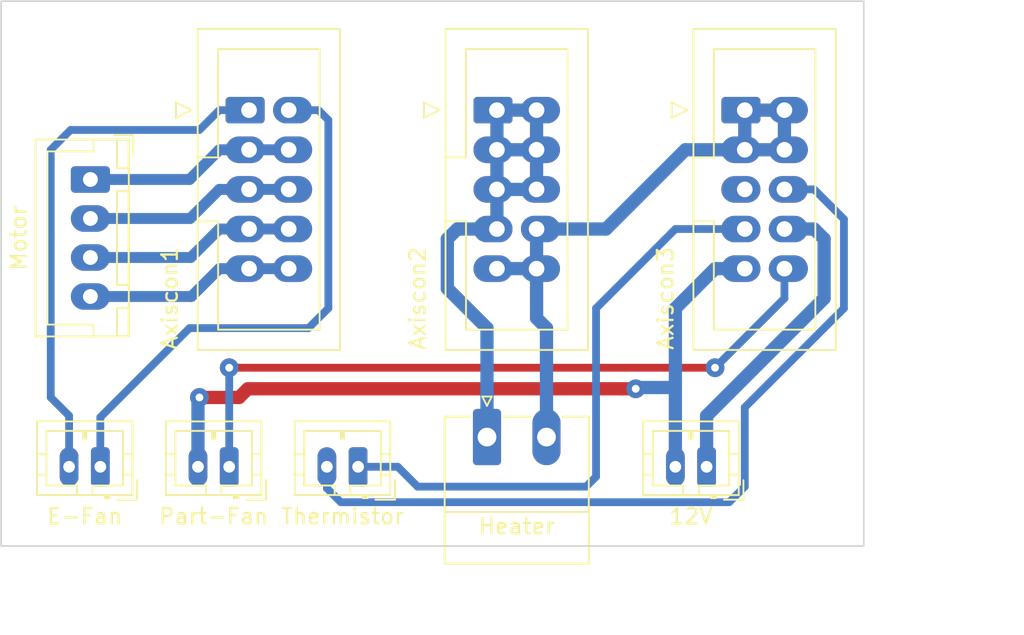
<source format=kicad_pcb>
(kicad_pcb (version 20171130) (host pcbnew "(5.1.7)-1")

  (general
    (thickness 1.6)
    (drawings 6)
    (tracks 98)
    (zones 0)
    (modules 11)
    (nets 15)
  )

  (page A4)
  (layers
    (0 F.Cu signal)
    (31 B.Cu signal)
    (32 B.Adhes user)
    (33 F.Adhes user)
    (34 B.Paste user)
    (35 F.Paste user)
    (36 B.SilkS user)
    (37 F.SilkS user)
    (38 B.Mask user)
    (39 F.Mask user)
    (40 Dwgs.User user)
    (41 Cmts.User user)
    (42 Eco1.User user)
    (43 Eco2.User user)
    (44 Edge.Cuts user)
    (45 Margin user)
    (46 B.CrtYd user)
    (47 F.CrtYd user)
    (48 B.Fab user)
    (49 F.Fab user)
  )

  (setup
    (last_trace_width 0.5)
    (trace_clearance 0.5)
    (zone_clearance 0.508)
    (zone_45_only no)
    (trace_min 0.2)
    (via_size 1.2)
    (via_drill 0.5)
    (via_min_size 0.4)
    (via_min_drill 0.3)
    (uvia_size 0.3)
    (uvia_drill 0.1)
    (uvias_allowed no)
    (uvia_min_size 0.2)
    (uvia_min_drill 0.1)
    (edge_width 0.1)
    (segment_width 0.2)
    (pcb_text_width 0.3)
    (pcb_text_size 1.5 1.5)
    (mod_edge_width 0.15)
    (mod_text_size 1 1)
    (mod_text_width 0.15)
    (pad_size 1.2 2.5)
    (pad_drill 0.75)
    (pad_to_mask_clearance 0)
    (aux_axis_origin 0 0)
    (visible_elements FFFFFF7F)
    (pcbplotparams
      (layerselection 0x010fc_ffffffff)
      (usegerberextensions false)
      (usegerberattributes true)
      (usegerberadvancedattributes true)
      (creategerberjobfile true)
      (excludeedgelayer true)
      (linewidth 0.100000)
      (plotframeref false)
      (viasonmask false)
      (mode 1)
      (useauxorigin false)
      (hpglpennumber 1)
      (hpglpenspeed 20)
      (hpglpendiameter 15.000000)
      (psnegative false)
      (psa4output false)
      (plotreference true)
      (plotvalue true)
      (plotinvisibletext false)
      (padsonsilk false)
      (subtractmaskfromsilk false)
      (outputformat 1)
      (mirror false)
      (drillshape 1)
      (scaleselection 1)
      (outputdirectory ""))
  )

  (net 0 "")
  (net 1 "Net-(J1-Pad2)")
  (net 2 "Net-(J1-Pad1)")
  (net 3 "Net-(J2-Pad10)")
  (net 4 "Net-(J2-Pad7)")
  (net 5 "Net-(J2-Pad5)")
  (net 6 "Net-(J2-Pad3)")
  (net 7 "Net-(J4-Pad10)")
  (net 8 "Net-(J4-Pad1)")
  (net 9 "Net-(J6-Pad10)")
  (net 10 GND)
  (net 11 "Net-(J6-Pad6)")
  (net 12 +12V)
  (net 13 "Net-(J6-Pad7)")
  (net 14 "Net-(J6-Pad5)")

  (net_class Default "This is the default net class."
    (clearance 0.5)
    (trace_width 0.5)
    (via_dia 1.2)
    (via_drill 0.5)
    (uvia_dia 0.3)
    (uvia_drill 0.1)
    (add_net "Net-(J1-Pad1)")
    (add_net "Net-(J1-Pad2)")
    (add_net "Net-(J6-Pad10)")
    (add_net "Net-(J6-Pad5)")
    (add_net "Net-(J6-Pad6)")
    (add_net "Net-(J6-Pad7)")
  )

  (net_class 12V ""
    (clearance 0.5)
    (trace_width 0.85)
    (via_dia 1.2)
    (via_drill 0.5)
    (uvia_dia 0.3)
    (uvia_drill 0.1)
    (add_net +12V)
    (add_net GND)
  )

  (net_class Heater ""
    (clearance 0.5)
    (trace_width 0.85)
    (via_dia 1.2)
    (via_drill 0.5)
    (uvia_dia 0.3)
    (uvia_drill 0.1)
    (add_net "Net-(J4-Pad1)")
    (add_net "Net-(J4-Pad10)")
  )

  (net_class Motor ""
    (clearance 0.5)
    (trace_width 0.7)
    (via_dia 1.2)
    (via_drill 0.5)
    (uvia_dia 0.3)
    (uvia_drill 0.1)
    (add_net "Net-(J2-Pad10)")
    (add_net "Net-(J2-Pad3)")
    (add_net "Net-(J2-Pad5)")
    (add_net "Net-(J2-Pad7)")
  )

  (module MountingHole:MountingHole_3.2mm_M3 (layer F.Cu) (tedit 60171B20) (tstamp 6017D43E)
    (at 197.485 134.62)
    (descr "Mounting Hole 3.2mm, no annular, M3")
    (tags "mounting hole 3.2mm no annular m3")
    (attr virtual)
    (fp_text reference REF** (at 0 -4.2) (layer F.SilkS) hide
      (effects (font (size 1 1) (thickness 0.15)))
    )
    (fp_text value MountingHole_3.2mm_M3 (at 0 4.2) (layer F.Fab) hide
      (effects (font (size 1 1) (thickness 0.15)))
    )
    (fp_circle (center 0 0) (end 3.45 0) (layer F.CrtYd) (width 0.05))
    (fp_circle (center 0 0) (end 3.2 0) (layer Cmts.User) (width 0.15))
    (fp_text user %R (at 0.3 0) (layer F.Fab) hide
      (effects (font (size 1 1) (thickness 0.15)))
    )
    (pad "" np_thru_hole circle (at 0 0) (size 3.2 3.2) (drill 3.2) (layers *.Cu *.Mask))
  )

  (module MountingHole:MountingHole_3.2mm_M3 (layer F.Cu) (tedit 60171B20) (tstamp 6017D0BD)
    (at 149.86 107.315)
    (descr "Mounting Hole 3.2mm, no annular, M3")
    (tags "mounting hole 3.2mm no annular m3")
    (attr virtual)
    (fp_text reference REF** (at 0 -4.2) (layer F.SilkS) hide
      (effects (font (size 1 1) (thickness 0.15)))
    )
    (fp_text value MountingHole_3.2mm_M3 (at 0 4.2) (layer F.Fab) hide
      (effects (font (size 1 1) (thickness 0.15)))
    )
    (fp_text user %R (at 0.3 0) (layer F.Fab) hide
      (effects (font (size 1 1) (thickness 0.15)))
    )
    (fp_circle (center 0 0) (end 3.2 0) (layer Cmts.User) (width 0.15))
    (fp_circle (center 0 0) (end 3.45 0) (layer F.CrtYd) (width 0.05))
    (pad "" np_thru_hole circle (at 0 0) (size 3.2 3.2) (drill 3.2) (layers *.Cu *.Mask))
  )

  (module Connector_JST:JST_PH_B2B-PH-K_1x02_P2.00mm_Vertical (layer F.Cu) (tedit 60171D8A) (tstamp 6017B6F4)
    (at 191.23 133.35 180)
    (descr "JST PH series connector, B2B-PH-K (http://www.jst-mfg.com/product/pdf/eng/ePH.pdf), generated with kicad-footprint-generator")
    (tags "connector JST PH side entry")
    (path /603EBADE)
    (fp_text reference J9 (at 1 -2.9) (layer F.SilkS) hide
      (effects (font (size 1 1) (thickness 0.15)))
    )
    (fp_text value 12V (at 1 -3.175) (layer F.SilkS)
      (effects (font (size 1 1) (thickness 0.15)))
    )
    (fp_text user %R (at 1 1.5) (layer F.Fab)
      (effects (font (size 1 1) (thickness 0.15)))
    )
    (fp_line (start -2.06 -1.81) (end -2.06 2.91) (layer F.SilkS) (width 0.12))
    (fp_line (start -2.06 2.91) (end 4.06 2.91) (layer F.SilkS) (width 0.12))
    (fp_line (start 4.06 2.91) (end 4.06 -1.81) (layer F.SilkS) (width 0.12))
    (fp_line (start 4.06 -1.81) (end -2.06 -1.81) (layer F.SilkS) (width 0.12))
    (fp_line (start -0.3 -1.81) (end -0.3 -2.01) (layer F.SilkS) (width 0.12))
    (fp_line (start -0.3 -2.01) (end -0.6 -2.01) (layer F.SilkS) (width 0.12))
    (fp_line (start -0.6 -2.01) (end -0.6 -1.81) (layer F.SilkS) (width 0.12))
    (fp_line (start -0.3 -1.91) (end -0.6 -1.91) (layer F.SilkS) (width 0.12))
    (fp_line (start 0.5 -1.81) (end 0.5 -1.2) (layer F.SilkS) (width 0.12))
    (fp_line (start 0.5 -1.2) (end -1.45 -1.2) (layer F.SilkS) (width 0.12))
    (fp_line (start -1.45 -1.2) (end -1.45 2.3) (layer F.SilkS) (width 0.12))
    (fp_line (start -1.45 2.3) (end 3.45 2.3) (layer F.SilkS) (width 0.12))
    (fp_line (start 3.45 2.3) (end 3.45 -1.2) (layer F.SilkS) (width 0.12))
    (fp_line (start 3.45 -1.2) (end 1.5 -1.2) (layer F.SilkS) (width 0.12))
    (fp_line (start 1.5 -1.2) (end 1.5 -1.81) (layer F.SilkS) (width 0.12))
    (fp_line (start -2.06 -0.5) (end -1.45 -0.5) (layer F.SilkS) (width 0.12))
    (fp_line (start -2.06 0.8) (end -1.45 0.8) (layer F.SilkS) (width 0.12))
    (fp_line (start 4.06 -0.5) (end 3.45 -0.5) (layer F.SilkS) (width 0.12))
    (fp_line (start 4.06 0.8) (end 3.45 0.8) (layer F.SilkS) (width 0.12))
    (fp_line (start 0.9 2.3) (end 0.9 1.8) (layer F.SilkS) (width 0.12))
    (fp_line (start 0.9 1.8) (end 1.1 1.8) (layer F.SilkS) (width 0.12))
    (fp_line (start 1.1 1.8) (end 1.1 2.3) (layer F.SilkS) (width 0.12))
    (fp_line (start 1 2.3) (end 1 1.8) (layer F.SilkS) (width 0.12))
    (fp_line (start -1.11 -2.11) (end -2.36 -2.11) (layer F.SilkS) (width 0.12))
    (fp_line (start -2.36 -2.11) (end -2.36 -0.86) (layer F.SilkS) (width 0.12))
    (fp_line (start -1.11 -2.11) (end -2.36 -2.11) (layer F.Fab) (width 0.1))
    (fp_line (start -2.36 -2.11) (end -2.36 -0.86) (layer F.Fab) (width 0.1))
    (fp_line (start -1.95 -1.7) (end -1.95 2.8) (layer F.Fab) (width 0.1))
    (fp_line (start -1.95 2.8) (end 3.95 2.8) (layer F.Fab) (width 0.1))
    (fp_line (start 3.95 2.8) (end 3.95 -1.7) (layer F.Fab) (width 0.1))
    (fp_line (start 3.95 -1.7) (end -1.95 -1.7) (layer F.Fab) (width 0.1))
    (fp_line (start -2.45 -2.2) (end -2.45 3.3) (layer F.CrtYd) (width 0.05))
    (fp_line (start -2.45 3.3) (end 4.45 3.3) (layer F.CrtYd) (width 0.05))
    (fp_line (start 4.45 3.3) (end 4.45 -2.2) (layer F.CrtYd) (width 0.05))
    (fp_line (start 4.45 -2.2) (end -2.45 -2.2) (layer F.CrtYd) (width 0.05))
    (pad 2 thru_hole oval (at 2 0 180) (size 1.2 2.5) (drill 0.75) (layers *.Cu *.Mask)
      (net 12 +12V))
    (pad 1 thru_hole roundrect (at 0 0 180) (size 1.2 2.5) (drill 0.75) (layers *.Cu *.Mask) (roundrect_rratio 0.208)
      (net 10 GND))
    (model ${KISYS3DMOD}/Connector_JST.3dshapes/JST_PH_B2B-PH-K_1x02_P2.00mm_Vertical.wrl
      (at (xyz 0 0 0))
      (scale (xyz 1 1 1))
      (rotate (xyz 0 0 0))
    )
  )

  (module Connector_JST:JST_PH_B2B-PH-K_1x02_P2.00mm_Vertical (layer F.Cu) (tedit 60171D7A) (tstamp 6017D7BD)
    (at 168.91 133.35 180)
    (descr "JST PH series connector, B2B-PH-K (http://www.jst-mfg.com/product/pdf/eng/ePH.pdf), generated with kicad-footprint-generator")
    (tags "connector JST PH side entry")
    (path /602F14AE)
    (fp_text reference J8 (at 1 -2.9) (layer F.SilkS) hide
      (effects (font (size 1 1) (thickness 0.15)))
    )
    (fp_text value Thermistor (at 1 -3.175) (layer F.SilkS)
      (effects (font (size 1 1) (thickness 0.15)))
    )
    (fp_text user %R (at 1 1.5) (layer F.Fab)
      (effects (font (size 1 1) (thickness 0.15)))
    )
    (fp_line (start -2.06 -1.81) (end -2.06 2.91) (layer F.SilkS) (width 0.12))
    (fp_line (start -2.06 2.91) (end 4.06 2.91) (layer F.SilkS) (width 0.12))
    (fp_line (start 4.06 2.91) (end 4.06 -1.81) (layer F.SilkS) (width 0.12))
    (fp_line (start 4.06 -1.81) (end -2.06 -1.81) (layer F.SilkS) (width 0.12))
    (fp_line (start -0.3 -1.81) (end -0.3 -2.01) (layer F.SilkS) (width 0.12))
    (fp_line (start -0.3 -2.01) (end -0.6 -2.01) (layer F.SilkS) (width 0.12))
    (fp_line (start -0.6 -2.01) (end -0.6 -1.81) (layer F.SilkS) (width 0.12))
    (fp_line (start -0.3 -1.91) (end -0.6 -1.91) (layer F.SilkS) (width 0.12))
    (fp_line (start 0.5 -1.81) (end 0.5 -1.2) (layer F.SilkS) (width 0.12))
    (fp_line (start 0.5 -1.2) (end -1.45 -1.2) (layer F.SilkS) (width 0.12))
    (fp_line (start -1.45 -1.2) (end -1.45 2.3) (layer F.SilkS) (width 0.12))
    (fp_line (start -1.45 2.3) (end 3.45 2.3) (layer F.SilkS) (width 0.12))
    (fp_line (start 3.45 2.3) (end 3.45 -1.2) (layer F.SilkS) (width 0.12))
    (fp_line (start 3.45 -1.2) (end 1.5 -1.2) (layer F.SilkS) (width 0.12))
    (fp_line (start 1.5 -1.2) (end 1.5 -1.81) (layer F.SilkS) (width 0.12))
    (fp_line (start -2.06 -0.5) (end -1.45 -0.5) (layer F.SilkS) (width 0.12))
    (fp_line (start -2.06 0.8) (end -1.45 0.8) (layer F.SilkS) (width 0.12))
    (fp_line (start 4.06 -0.5) (end 3.45 -0.5) (layer F.SilkS) (width 0.12))
    (fp_line (start 4.06 0.8) (end 3.45 0.8) (layer F.SilkS) (width 0.12))
    (fp_line (start 0.9 2.3) (end 0.9 1.8) (layer F.SilkS) (width 0.12))
    (fp_line (start 0.9 1.8) (end 1.1 1.8) (layer F.SilkS) (width 0.12))
    (fp_line (start 1.1 1.8) (end 1.1 2.3) (layer F.SilkS) (width 0.12))
    (fp_line (start 1 2.3) (end 1 1.8) (layer F.SilkS) (width 0.12))
    (fp_line (start -1.11 -2.11) (end -2.36 -2.11) (layer F.SilkS) (width 0.12))
    (fp_line (start -2.36 -2.11) (end -2.36 -0.86) (layer F.SilkS) (width 0.12))
    (fp_line (start -1.11 -2.11) (end -2.36 -2.11) (layer F.Fab) (width 0.1))
    (fp_line (start -2.36 -2.11) (end -2.36 -0.86) (layer F.Fab) (width 0.1))
    (fp_line (start -1.95 -1.7) (end -1.95 2.8) (layer F.Fab) (width 0.1))
    (fp_line (start -1.95 2.8) (end 3.95 2.8) (layer F.Fab) (width 0.1))
    (fp_line (start 3.95 2.8) (end 3.95 -1.7) (layer F.Fab) (width 0.1))
    (fp_line (start 3.95 -1.7) (end -1.95 -1.7) (layer F.Fab) (width 0.1))
    (fp_line (start -2.45 -2.2) (end -2.45 3.3) (layer F.CrtYd) (width 0.05))
    (fp_line (start -2.45 3.3) (end 4.45 3.3) (layer F.CrtYd) (width 0.05))
    (fp_line (start 4.45 3.3) (end 4.45 -2.2) (layer F.CrtYd) (width 0.05))
    (fp_line (start 4.45 -2.2) (end -2.45 -2.2) (layer F.CrtYd) (width 0.05))
    (pad 2 thru_hole oval (at 2 0 180) (size 1.2 2.5) (drill 0.75) (layers *.Cu *.Mask)
      (net 11 "Net-(J6-Pad6)"))
    (pad 1 thru_hole roundrect (at 0 0 180) (size 1.2 2.5) (drill 0.75) (layers *.Cu *.Mask) (roundrect_rratio 0.208)
      (net 13 "Net-(J6-Pad7)"))
    (model ${KISYS3DMOD}/Connector_JST.3dshapes/JST_PH_B2B-PH-K_1x02_P2.00mm_Vertical.wrl
      (at (xyz 0 0 0))
      (scale (xyz 1 1 1))
      (rotate (xyz 0 0 0))
    )
  )

  (module Connector_JST:JST_PH_B2B-PH-K_1x02_P2.00mm_Vertical (layer F.Cu) (tedit 60171D70) (tstamp 6017B6A0)
    (at 160.655 133.35 180)
    (descr "JST PH series connector, B2B-PH-K (http://www.jst-mfg.com/product/pdf/eng/ePH.pdf), generated with kicad-footprint-generator")
    (tags "connector JST PH side entry")
    (path /602F2361)
    (fp_text reference J7 (at 1 -2.9) (layer F.SilkS) hide
      (effects (font (size 1 1) (thickness 0.15)))
    )
    (fp_text value Part-Fan (at 1 -3.175) (layer F.SilkS)
      (effects (font (size 1 1) (thickness 0.15)))
    )
    (fp_text user %R (at 1 1.5) (layer F.Fab)
      (effects (font (size 1 1) (thickness 0.15)))
    )
    (fp_line (start -2.06 -1.81) (end -2.06 2.91) (layer F.SilkS) (width 0.12))
    (fp_line (start -2.06 2.91) (end 4.06 2.91) (layer F.SilkS) (width 0.12))
    (fp_line (start 4.06 2.91) (end 4.06 -1.81) (layer F.SilkS) (width 0.12))
    (fp_line (start 4.06 -1.81) (end -2.06 -1.81) (layer F.SilkS) (width 0.12))
    (fp_line (start -0.3 -1.81) (end -0.3 -2.01) (layer F.SilkS) (width 0.12))
    (fp_line (start -0.3 -2.01) (end -0.6 -2.01) (layer F.SilkS) (width 0.12))
    (fp_line (start -0.6 -2.01) (end -0.6 -1.81) (layer F.SilkS) (width 0.12))
    (fp_line (start -0.3 -1.91) (end -0.6 -1.91) (layer F.SilkS) (width 0.12))
    (fp_line (start 0.5 -1.81) (end 0.5 -1.2) (layer F.SilkS) (width 0.12))
    (fp_line (start 0.5 -1.2) (end -1.45 -1.2) (layer F.SilkS) (width 0.12))
    (fp_line (start -1.45 -1.2) (end -1.45 2.3) (layer F.SilkS) (width 0.12))
    (fp_line (start -1.45 2.3) (end 3.45 2.3) (layer F.SilkS) (width 0.12))
    (fp_line (start 3.45 2.3) (end 3.45 -1.2) (layer F.SilkS) (width 0.12))
    (fp_line (start 3.45 -1.2) (end 1.5 -1.2) (layer F.SilkS) (width 0.12))
    (fp_line (start 1.5 -1.2) (end 1.5 -1.81) (layer F.SilkS) (width 0.12))
    (fp_line (start -2.06 -0.5) (end -1.45 -0.5) (layer F.SilkS) (width 0.12))
    (fp_line (start -2.06 0.8) (end -1.45 0.8) (layer F.SilkS) (width 0.12))
    (fp_line (start 4.06 -0.5) (end 3.45 -0.5) (layer F.SilkS) (width 0.12))
    (fp_line (start 4.06 0.8) (end 3.45 0.8) (layer F.SilkS) (width 0.12))
    (fp_line (start 0.9 2.3) (end 0.9 1.8) (layer F.SilkS) (width 0.12))
    (fp_line (start 0.9 1.8) (end 1.1 1.8) (layer F.SilkS) (width 0.12))
    (fp_line (start 1.1 1.8) (end 1.1 2.3) (layer F.SilkS) (width 0.12))
    (fp_line (start 1 2.3) (end 1 1.8) (layer F.SilkS) (width 0.12))
    (fp_line (start -1.11 -2.11) (end -2.36 -2.11) (layer F.SilkS) (width 0.12))
    (fp_line (start -2.36 -2.11) (end -2.36 -0.86) (layer F.SilkS) (width 0.12))
    (fp_line (start -1.11 -2.11) (end -2.36 -2.11) (layer F.Fab) (width 0.1))
    (fp_line (start -2.36 -2.11) (end -2.36 -0.86) (layer F.Fab) (width 0.1))
    (fp_line (start -1.95 -1.7) (end -1.95 2.8) (layer F.Fab) (width 0.1))
    (fp_line (start -1.95 2.8) (end 3.95 2.8) (layer F.Fab) (width 0.1))
    (fp_line (start 3.95 2.8) (end 3.95 -1.7) (layer F.Fab) (width 0.1))
    (fp_line (start 3.95 -1.7) (end -1.95 -1.7) (layer F.Fab) (width 0.1))
    (fp_line (start -2.45 -2.2) (end -2.45 3.3) (layer F.CrtYd) (width 0.05))
    (fp_line (start -2.45 3.3) (end 4.45 3.3) (layer F.CrtYd) (width 0.05))
    (fp_line (start 4.45 3.3) (end 4.45 -2.2) (layer F.CrtYd) (width 0.05))
    (fp_line (start 4.45 -2.2) (end -2.45 -2.2) (layer F.CrtYd) (width 0.05))
    (pad 2 thru_hole oval (at 2 0 180) (size 1.2 2.5) (drill 0.75) (layers *.Cu *.Mask)
      (net 12 +12V))
    (pad 1 thru_hole roundrect (at 0 0 180) (size 1.2 2.5) (drill 0.75) (layers *.Cu *.Mask) (roundrect_rratio 0.208)
      (net 9 "Net-(J6-Pad10)"))
    (model ${KISYS3DMOD}/Connector_JST.3dshapes/JST_PH_B2B-PH-K_1x02_P2.00mm_Vertical.wrl
      (at (xyz 0 0 0))
      (scale (xyz 1 1 1))
      (rotate (xyz 0 0 0))
    )
  )

  (module Connector_IDC:IDC-Header_2x05_P2.54mm_Vertical (layer F.Cu) (tedit 5EAC9A07) (tstamp 6017DC1B)
    (at 193.675 110.49)
    (descr "Through hole IDC box header, 2x05, 2.54mm pitch, DIN 41651 / IEC 60603-13, double rows, https://docs.google.com/spreadsheets/d/16SsEcesNF15N3Lb4niX7dcUr-NY5_MFPQhobNuNppn4/edit#gid=0")
    (tags "Through hole vertical IDC box header THT 2x05 2.54mm double row")
    (path /6037A8BF)
    (fp_text reference J6 (at 1.27 -6.1) (layer F.SilkS) hide
      (effects (font (size 1 1) (thickness 0.15)))
    )
    (fp_text value Axiscon3 (at -5.08 12.065 90) (layer F.SilkS)
      (effects (font (size 1 1) (thickness 0.15)))
    )
    (fp_text user %R (at 1.27 5.08 90) (layer F.Fab)
      (effects (font (size 1 1) (thickness 0.15)))
    )
    (fp_line (start -3.18 -4.1) (end -2.18 -5.1) (layer F.Fab) (width 0.1))
    (fp_line (start -2.18 -5.1) (end 5.72 -5.1) (layer F.Fab) (width 0.1))
    (fp_line (start 5.72 -5.1) (end 5.72 15.26) (layer F.Fab) (width 0.1))
    (fp_line (start 5.72 15.26) (end -3.18 15.26) (layer F.Fab) (width 0.1))
    (fp_line (start -3.18 15.26) (end -3.18 -4.1) (layer F.Fab) (width 0.1))
    (fp_line (start -3.18 3.03) (end -1.98 3.03) (layer F.Fab) (width 0.1))
    (fp_line (start -1.98 3.03) (end -1.98 -3.91) (layer F.Fab) (width 0.1))
    (fp_line (start -1.98 -3.91) (end 4.52 -3.91) (layer F.Fab) (width 0.1))
    (fp_line (start 4.52 -3.91) (end 4.52 14.07) (layer F.Fab) (width 0.1))
    (fp_line (start 4.52 14.07) (end -1.98 14.07) (layer F.Fab) (width 0.1))
    (fp_line (start -1.98 14.07) (end -1.98 7.13) (layer F.Fab) (width 0.1))
    (fp_line (start -1.98 7.13) (end -1.98 7.13) (layer F.Fab) (width 0.1))
    (fp_line (start -1.98 7.13) (end -3.18 7.13) (layer F.Fab) (width 0.1))
    (fp_line (start -3.29 -5.21) (end 5.83 -5.21) (layer F.SilkS) (width 0.12))
    (fp_line (start 5.83 -5.21) (end 5.83 15.37) (layer F.SilkS) (width 0.12))
    (fp_line (start 5.83 15.37) (end -3.29 15.37) (layer F.SilkS) (width 0.12))
    (fp_line (start -3.29 15.37) (end -3.29 -5.21) (layer F.SilkS) (width 0.12))
    (fp_line (start -3.29 3.03) (end -1.98 3.03) (layer F.SilkS) (width 0.12))
    (fp_line (start -1.98 3.03) (end -1.98 -3.91) (layer F.SilkS) (width 0.12))
    (fp_line (start -1.98 -3.91) (end 4.52 -3.91) (layer F.SilkS) (width 0.12))
    (fp_line (start 4.52 -3.91) (end 4.52 14.07) (layer F.SilkS) (width 0.12))
    (fp_line (start 4.52 14.07) (end -1.98 14.07) (layer F.SilkS) (width 0.12))
    (fp_line (start -1.98 14.07) (end -1.98 7.13) (layer F.SilkS) (width 0.12))
    (fp_line (start -1.98 7.13) (end -1.98 7.13) (layer F.SilkS) (width 0.12))
    (fp_line (start -1.98 7.13) (end -3.29 7.13) (layer F.SilkS) (width 0.12))
    (fp_line (start -3.68 0) (end -4.68 -0.5) (layer F.SilkS) (width 0.12))
    (fp_line (start -4.68 -0.5) (end -4.68 0.5) (layer F.SilkS) (width 0.12))
    (fp_line (start -4.68 0.5) (end -3.68 0) (layer F.SilkS) (width 0.12))
    (fp_line (start -3.68 -5.6) (end -3.68 15.76) (layer F.CrtYd) (width 0.05))
    (fp_line (start -3.68 15.76) (end 6.22 15.76) (layer F.CrtYd) (width 0.05))
    (fp_line (start 6.22 15.76) (end 6.22 -5.6) (layer F.CrtYd) (width 0.05))
    (fp_line (start 6.22 -5.6) (end -3.68 -5.6) (layer F.CrtYd) (width 0.05))
    (pad 10 thru_hole oval (at 2.54 10.16) (size 2.5 1.7) (drill 1 (offset 0.25 0)) (layers *.Cu *.Mask)
      (net 9 "Net-(J6-Pad10)"))
    (pad 8 thru_hole oval (at 2.54 7.62) (size 2.5 1.7) (drill 1 (offset 0.25 0)) (layers *.Cu *.Mask)
      (net 10 GND))
    (pad 6 thru_hole oval (at 2.54 5.08) (size 2.5 1.7) (drill 1 (offset 0.25 0)) (layers *.Cu *.Mask)
      (net 11 "Net-(J6-Pad6)"))
    (pad 4 thru_hole oval (at 2.54 2.54) (size 2.5 1.7) (drill 1 (offset 0.25 0)) (layers *.Cu *.Mask)
      (net 7 "Net-(J4-Pad10)"))
    (pad 2 thru_hole oval (at 2.54 0) (size 2.5 1.7) (drill 1 (offset 0.25 0)) (layers *.Cu *.Mask)
      (net 7 "Net-(J4-Pad10)"))
    (pad 9 thru_hole oval (at 0 10.16) (size 2.5 1.7) (drill 1 (offset -0.25 0)) (layers *.Cu *.Mask)
      (net 12 +12V))
    (pad 7 thru_hole oval (at 0 7.62) (size 2.5 1.7) (drill 1 (offset -0.25 0)) (layers *.Cu *.Mask)
      (net 13 "Net-(J6-Pad7)"))
    (pad 5 thru_hole oval (at 0 5.08) (size 2.5 1.7) (drill 1 (offset -0.25 0)) (layers *.Cu *.Mask)
      (net 14 "Net-(J6-Pad5)"))
    (pad 3 thru_hole oval (at 0 2.54) (size 2.5 1.7) (drill 1 (offset -0.25 0)) (layers *.Cu *.Mask)
      (net 7 "Net-(J4-Pad10)"))
    (pad 1 thru_hole roundrect (at 0 0) (size 2.5 1.7) (drill 1 (offset -0.25 0)) (layers *.Cu *.Mask) (roundrect_rratio 0.147)
      (net 7 "Net-(J4-Pad10)"))
    (model ${KISYS3DMOD}/Connector_IDC.3dshapes/IDC-Header_2x05_P2.54mm_Vertical.wrl
      (at (xyz 0 0 0))
      (scale (xyz 1 1 1))
      (rotate (xyz 0 0 0))
    )
  )

  (module Connector_Phoenix_MC:PhoenixContact_MC_1,5_2-G-3.81_1x02_P3.81mm_Horizontal (layer F.Cu) (tedit 5B784ED1) (tstamp 6017B647)
    (at 177.165 131.445)
    (descr "Generic Phoenix Contact connector footprint for: MC_1,5/2-G-3.81; number of pins: 02; pin pitch: 3.81mm; Angled || order number: 1803277 8A 160V")
    (tags "phoenix_contact connector MC_01x02_G_3.81mm")
    (path /602EF87B)
    (fp_text reference J5 (at 1.9 -3) (layer F.SilkS) hide
      (effects (font (size 1 1) (thickness 0.15)))
    )
    (fp_text value Heater (at 1.9 5.715) (layer F.SilkS)
      (effects (font (size 1 1) (thickness 0.15)))
    )
    (fp_text user %R (at 1.9 -0.5) (layer F.Fab)
      (effects (font (size 1 1) (thickness 0.15)))
    )
    (fp_line (start -2.71 -1.31) (end -2.71 8.11) (layer F.SilkS) (width 0.12))
    (fp_line (start -2.71 8.11) (end 6.52 8.11) (layer F.SilkS) (width 0.12))
    (fp_line (start 6.52 8.11) (end 6.52 -1.31) (layer F.SilkS) (width 0.12))
    (fp_line (start -2.71 -1.31) (end -1.05 -1.31) (layer F.SilkS) (width 0.12))
    (fp_line (start 6.52 -1.31) (end 4.86 -1.31) (layer F.SilkS) (width 0.12))
    (fp_line (start 1.05 -1.31) (end 2.76 -1.31) (layer F.SilkS) (width 0.12))
    (fp_line (start -2.6 -1.2) (end -2.6 8) (layer F.Fab) (width 0.1))
    (fp_line (start -2.6 8) (end 6.41 8) (layer F.Fab) (width 0.1))
    (fp_line (start 6.41 8) (end 6.41 -1.2) (layer F.Fab) (width 0.1))
    (fp_line (start 6.41 -1.2) (end -2.6 -1.2) (layer F.Fab) (width 0.1))
    (fp_line (start -2.71 4.8) (end 6.52 4.8) (layer F.SilkS) (width 0.12))
    (fp_line (start -3.21 -2.3) (end -3.21 8.5) (layer F.CrtYd) (width 0.05))
    (fp_line (start -3.21 8.5) (end 6.91 8.5) (layer F.CrtYd) (width 0.05))
    (fp_line (start 6.91 8.5) (end 6.91 -2.3) (layer F.CrtYd) (width 0.05))
    (fp_line (start 6.91 -2.3) (end -3.21 -2.3) (layer F.CrtYd) (width 0.05))
    (fp_line (start 0.3 -2.6) (end 0 -2) (layer F.SilkS) (width 0.12))
    (fp_line (start 0 -2) (end -0.3 -2.6) (layer F.SilkS) (width 0.12))
    (fp_line (start -0.3 -2.6) (end 0.3 -2.6) (layer F.SilkS) (width 0.12))
    (fp_line (start 0.8 -1.2) (end 0 0) (layer F.Fab) (width 0.1))
    (fp_line (start 0 0) (end -0.8 -1.2) (layer F.Fab) (width 0.1))
    (pad 2 thru_hole oval (at 3.81 0) (size 1.8 3.6) (drill 1.2) (layers *.Cu *.Mask)
      (net 7 "Net-(J4-Pad10)"))
    (pad 1 thru_hole roundrect (at 0 0) (size 1.8 3.6) (drill 1.2) (layers *.Cu *.Mask) (roundrect_rratio 0.138889)
      (net 8 "Net-(J4-Pad1)"))
    (model ${KISYS3DMOD}/Connector_Phoenix_MC.3dshapes/PhoenixContact_MC_1,5_2-G-3.81_1x02_P3.81mm_Horizontal.wrl
      (at (xyz 0 0 0))
      (scale (xyz 1 1 1))
      (rotate (xyz 0 0 0))
    )
  )

  (module Connector_IDC:IDC-Header_2x05_P2.54mm_Vertical (layer F.Cu) (tedit 5EAC9A07) (tstamp 6017D9DA)
    (at 177.8 110.49)
    (descr "Through hole IDC box header, 2x05, 2.54mm pitch, DIN 41651 / IEC 60603-13, double rows, https://docs.google.com/spreadsheets/d/16SsEcesNF15N3Lb4niX7dcUr-NY5_MFPQhobNuNppn4/edit#gid=0")
    (tags "Through hole vertical IDC box header THT 2x05 2.54mm double row")
    (path /6033B844)
    (fp_text reference J4 (at 1.27 -6.1) (layer F.SilkS) hide
      (effects (font (size 1 1) (thickness 0.15)))
    )
    (fp_text value Axiscon2 (at -5.08 12.065 90) (layer F.SilkS)
      (effects (font (size 1 1) (thickness 0.15)))
    )
    (fp_text user %R (at 1.27 5.08 90) (layer F.Fab)
      (effects (font (size 1 1) (thickness 0.15)))
    )
    (fp_line (start -3.18 -4.1) (end -2.18 -5.1) (layer F.Fab) (width 0.1))
    (fp_line (start -2.18 -5.1) (end 5.72 -5.1) (layer F.Fab) (width 0.1))
    (fp_line (start 5.72 -5.1) (end 5.72 15.26) (layer F.Fab) (width 0.1))
    (fp_line (start 5.72 15.26) (end -3.18 15.26) (layer F.Fab) (width 0.1))
    (fp_line (start -3.18 15.26) (end -3.18 -4.1) (layer F.Fab) (width 0.1))
    (fp_line (start -3.18 3.03) (end -1.98 3.03) (layer F.Fab) (width 0.1))
    (fp_line (start -1.98 3.03) (end -1.98 -3.91) (layer F.Fab) (width 0.1))
    (fp_line (start -1.98 -3.91) (end 4.52 -3.91) (layer F.Fab) (width 0.1))
    (fp_line (start 4.52 -3.91) (end 4.52 14.07) (layer F.Fab) (width 0.1))
    (fp_line (start 4.52 14.07) (end -1.98 14.07) (layer F.Fab) (width 0.1))
    (fp_line (start -1.98 14.07) (end -1.98 7.13) (layer F.Fab) (width 0.1))
    (fp_line (start -1.98 7.13) (end -1.98 7.13) (layer F.Fab) (width 0.1))
    (fp_line (start -1.98 7.13) (end -3.18 7.13) (layer F.Fab) (width 0.1))
    (fp_line (start -3.29 -5.21) (end 5.83 -5.21) (layer F.SilkS) (width 0.12))
    (fp_line (start 5.83 -5.21) (end 5.83 15.37) (layer F.SilkS) (width 0.12))
    (fp_line (start 5.83 15.37) (end -3.29 15.37) (layer F.SilkS) (width 0.12))
    (fp_line (start -3.29 15.37) (end -3.29 -5.21) (layer F.SilkS) (width 0.12))
    (fp_line (start -3.29 3.03) (end -1.98 3.03) (layer F.SilkS) (width 0.12))
    (fp_line (start -1.98 3.03) (end -1.98 -3.91) (layer F.SilkS) (width 0.12))
    (fp_line (start -1.98 -3.91) (end 4.52 -3.91) (layer F.SilkS) (width 0.12))
    (fp_line (start 4.52 -3.91) (end 4.52 14.07) (layer F.SilkS) (width 0.12))
    (fp_line (start 4.52 14.07) (end -1.98 14.07) (layer F.SilkS) (width 0.12))
    (fp_line (start -1.98 14.07) (end -1.98 7.13) (layer F.SilkS) (width 0.12))
    (fp_line (start -1.98 7.13) (end -1.98 7.13) (layer F.SilkS) (width 0.12))
    (fp_line (start -1.98 7.13) (end -3.29 7.13) (layer F.SilkS) (width 0.12))
    (fp_line (start -3.68 0) (end -4.68 -0.5) (layer F.SilkS) (width 0.12))
    (fp_line (start -4.68 -0.5) (end -4.68 0.5) (layer F.SilkS) (width 0.12))
    (fp_line (start -4.68 0.5) (end -3.68 0) (layer F.SilkS) (width 0.12))
    (fp_line (start -3.68 -5.6) (end -3.68 15.76) (layer F.CrtYd) (width 0.05))
    (fp_line (start -3.68 15.76) (end 6.22 15.76) (layer F.CrtYd) (width 0.05))
    (fp_line (start 6.22 15.76) (end 6.22 -5.6) (layer F.CrtYd) (width 0.05))
    (fp_line (start 6.22 -5.6) (end -3.68 -5.6) (layer F.CrtYd) (width 0.05))
    (pad 10 thru_hole oval (at 2.54 10.16) (size 2.5 1.7) (drill 1 (offset 0.25 0)) (layers *.Cu *.Mask)
      (net 7 "Net-(J4-Pad10)"))
    (pad 8 thru_hole oval (at 2.54 7.62) (size 2.5 1.7) (drill 1 (offset 0.25 0)) (layers *.Cu *.Mask)
      (net 7 "Net-(J4-Pad10)"))
    (pad 6 thru_hole oval (at 2.54 5.08) (size 2.5 1.7) (drill 1 (offset 0.25 0)) (layers *.Cu *.Mask)
      (net 8 "Net-(J4-Pad1)"))
    (pad 4 thru_hole oval (at 2.54 2.54) (size 2.5 1.7) (drill 1 (offset 0.25 0)) (layers *.Cu *.Mask)
      (net 8 "Net-(J4-Pad1)"))
    (pad 2 thru_hole oval (at 2.54 0) (size 2.5 1.7) (drill 1 (offset 0.25 0)) (layers *.Cu *.Mask)
      (net 8 "Net-(J4-Pad1)"))
    (pad 9 thru_hole oval (at 0 10.16) (size 2.5 1.7) (drill 1 (offset -0.25 0)) (layers *.Cu *.Mask)
      (net 7 "Net-(J4-Pad10)"))
    (pad 7 thru_hole oval (at 0 7.62) (size 2.5 1.7) (drill 1 (offset -0.25 0)) (layers *.Cu *.Mask)
      (net 8 "Net-(J4-Pad1)"))
    (pad 5 thru_hole oval (at 0 5.08) (size 2.5 1.7) (drill 1 (offset -0.25 0)) (layers *.Cu *.Mask)
      (net 8 "Net-(J4-Pad1)"))
    (pad 3 thru_hole oval (at 0 2.54) (size 2.5 1.7) (drill 1 (offset -0.25 0)) (layers *.Cu *.Mask)
      (net 8 "Net-(J4-Pad1)"))
    (pad 1 thru_hole roundrect (at 0 0) (size 2.5 1.7) (drill 1 (offset -0.25 0)) (layers *.Cu *.Mask) (roundrect_rratio 0.147)
      (net 8 "Net-(J4-Pad1)"))
    (model ${KISYS3DMOD}/Connector_IDC.3dshapes/IDC-Header_2x05_P2.54mm_Vertical.wrl
      (at (xyz 0 0 0))
      (scale (xyz 1 1 1))
      (rotate (xyz 0 0 0))
    )
  )

  (module Connector_JST:JST_XH_B4B-XH-A_1x04_P2.50mm_Vertical (layer F.Cu) (tedit 60171D57) (tstamp 6017B5FD)
    (at 151.765 114.935 270)
    (descr "JST XH series connector, B4B-XH-A (http://www.jst-mfg.com/product/pdf/eng/eXH.pdf), generated with kicad-footprint-generator")
    (tags "connector JST XH vertical")
    (path /602F053A)
    (fp_text reference J3 (at 3.75 -3.55 90) (layer F.SilkS) hide
      (effects (font (size 1 1) (thickness 0.15)))
    )
    (fp_text value Motor (at 3.75 4.6 90) (layer F.SilkS)
      (effects (font (size 1 1) (thickness 0.15)))
    )
    (fp_text user %R (at 3.75 2.7 90) (layer F.Fab)
      (effects (font (size 1 1) (thickness 0.15)))
    )
    (fp_line (start -2.45 -2.35) (end -2.45 3.4) (layer F.Fab) (width 0.1))
    (fp_line (start -2.45 3.4) (end 9.95 3.4) (layer F.Fab) (width 0.1))
    (fp_line (start 9.95 3.4) (end 9.95 -2.35) (layer F.Fab) (width 0.1))
    (fp_line (start 9.95 -2.35) (end -2.45 -2.35) (layer F.Fab) (width 0.1))
    (fp_line (start -2.56 -2.46) (end -2.56 3.51) (layer F.SilkS) (width 0.12))
    (fp_line (start -2.56 3.51) (end 10.06 3.51) (layer F.SilkS) (width 0.12))
    (fp_line (start 10.06 3.51) (end 10.06 -2.46) (layer F.SilkS) (width 0.12))
    (fp_line (start 10.06 -2.46) (end -2.56 -2.46) (layer F.SilkS) (width 0.12))
    (fp_line (start -2.95 -2.85) (end -2.95 3.9) (layer F.CrtYd) (width 0.05))
    (fp_line (start -2.95 3.9) (end 10.45 3.9) (layer F.CrtYd) (width 0.05))
    (fp_line (start 10.45 3.9) (end 10.45 -2.85) (layer F.CrtYd) (width 0.05))
    (fp_line (start 10.45 -2.85) (end -2.95 -2.85) (layer F.CrtYd) (width 0.05))
    (fp_line (start -0.625 -2.35) (end 0 -1.35) (layer F.Fab) (width 0.1))
    (fp_line (start 0 -1.35) (end 0.625 -2.35) (layer F.Fab) (width 0.1))
    (fp_line (start 0.75 -2.45) (end 0.75 -1.7) (layer F.SilkS) (width 0.12))
    (fp_line (start 0.75 -1.7) (end 6.75 -1.7) (layer F.SilkS) (width 0.12))
    (fp_line (start 6.75 -1.7) (end 6.75 -2.45) (layer F.SilkS) (width 0.12))
    (fp_line (start 6.75 -2.45) (end 0.75 -2.45) (layer F.SilkS) (width 0.12))
    (fp_line (start -2.55 -2.45) (end -2.55 -1.7) (layer F.SilkS) (width 0.12))
    (fp_line (start -2.55 -1.7) (end -0.75 -1.7) (layer F.SilkS) (width 0.12))
    (fp_line (start -0.75 -1.7) (end -0.75 -2.45) (layer F.SilkS) (width 0.12))
    (fp_line (start -0.75 -2.45) (end -2.55 -2.45) (layer F.SilkS) (width 0.12))
    (fp_line (start 8.25 -2.45) (end 8.25 -1.7) (layer F.SilkS) (width 0.12))
    (fp_line (start 8.25 -1.7) (end 10.05 -1.7) (layer F.SilkS) (width 0.12))
    (fp_line (start 10.05 -1.7) (end 10.05 -2.45) (layer F.SilkS) (width 0.12))
    (fp_line (start 10.05 -2.45) (end 8.25 -2.45) (layer F.SilkS) (width 0.12))
    (fp_line (start -2.55 -0.2) (end -1.8 -0.2) (layer F.SilkS) (width 0.12))
    (fp_line (start -1.8 -0.2) (end -1.8 2.75) (layer F.SilkS) (width 0.12))
    (fp_line (start -1.8 2.75) (end 3.75 2.75) (layer F.SilkS) (width 0.12))
    (fp_line (start 10.05 -0.2) (end 9.3 -0.2) (layer F.SilkS) (width 0.12))
    (fp_line (start 9.3 -0.2) (end 9.3 2.75) (layer F.SilkS) (width 0.12))
    (fp_line (start 9.3 2.75) (end 3.75 2.75) (layer F.SilkS) (width 0.12))
    (fp_line (start -1.6 -2.75) (end -2.85 -2.75) (layer F.SilkS) (width 0.12))
    (fp_line (start -2.85 -2.75) (end -2.85 -1.5) (layer F.SilkS) (width 0.12))
    (pad 4 thru_hole oval (at 7.5 0 270) (size 1.7 2.5) (drill 0.95) (layers *.Cu *.Mask)
      (net 3 "Net-(J2-Pad10)"))
    (pad 3 thru_hole oval (at 5 0 270) (size 1.7 2.5) (drill 0.95) (layers *.Cu *.Mask)
      (net 4 "Net-(J2-Pad7)"))
    (pad 2 thru_hole oval (at 2.5 0 270) (size 1.7 2.5) (drill 0.95) (layers *.Cu *.Mask)
      (net 5 "Net-(J2-Pad5)"))
    (pad 1 thru_hole roundrect (at 0 0 270) (size 1.7 2.5) (drill 0.95) (layers *.Cu *.Mask) (roundrect_rratio 0.147)
      (net 6 "Net-(J2-Pad3)"))
    (model ${KISYS3DMOD}/Connector_JST.3dshapes/JST_XH_B4B-XH-A_1x04_P2.50mm_Vertical.wrl
      (at (xyz 0 0 0))
      (scale (xyz 1 1 1))
      (rotate (xyz 0 0 0))
    )
  )

  (module Connector_IDC:IDC-Header_2x05_P2.54mm_Vertical (layer F.Cu) (tedit 60171D07) (tstamp 6017B5D2)
    (at 161.925 110.49)
    (descr "Through hole IDC box header, 2x05, 2.54mm pitch, DIN 41651 / IEC 60603-13, double rows, https://docs.google.com/spreadsheets/d/16SsEcesNF15N3Lb4niX7dcUr-NY5_MFPQhobNuNppn4/edit#gid=0")
    (tags "Through hole vertical IDC box header THT 2x05 2.54mm double row")
    (path /602F27E8)
    (fp_text reference J2 (at 1.27 -6.1) (layer F.SilkS) hide
      (effects (font (size 1 1) (thickness 0.15)))
    )
    (fp_text value Axiscon1 (at -5.08 12.065 90) (layer F.SilkS)
      (effects (font (size 1 1) (thickness 0.15)))
    )
    (fp_text user %R (at 1.27 5.08 90) (layer F.Fab)
      (effects (font (size 1 1) (thickness 0.15)))
    )
    (fp_line (start -3.18 -4.1) (end -2.18 -5.1) (layer F.Fab) (width 0.1))
    (fp_line (start -2.18 -5.1) (end 5.72 -5.1) (layer F.Fab) (width 0.1))
    (fp_line (start 5.72 -5.1) (end 5.72 15.26) (layer F.Fab) (width 0.1))
    (fp_line (start 5.72 15.26) (end -3.18 15.26) (layer F.Fab) (width 0.1))
    (fp_line (start -3.18 15.26) (end -3.18 -4.1) (layer F.Fab) (width 0.1))
    (fp_line (start -3.18 3.03) (end -1.98 3.03) (layer F.Fab) (width 0.1))
    (fp_line (start -1.98 3.03) (end -1.98 -3.91) (layer F.Fab) (width 0.1))
    (fp_line (start -1.98 -3.91) (end 4.52 -3.91) (layer F.Fab) (width 0.1))
    (fp_line (start 4.52 -3.91) (end 4.52 14.07) (layer F.Fab) (width 0.1))
    (fp_line (start 4.52 14.07) (end -1.98 14.07) (layer F.Fab) (width 0.1))
    (fp_line (start -1.98 14.07) (end -1.98 7.13) (layer F.Fab) (width 0.1))
    (fp_line (start -1.98 7.13) (end -1.98 7.13) (layer F.Fab) (width 0.1))
    (fp_line (start -1.98 7.13) (end -3.18 7.13) (layer F.Fab) (width 0.1))
    (fp_line (start -3.29 -5.21) (end 5.83 -5.21) (layer F.SilkS) (width 0.12))
    (fp_line (start 5.83 -5.21) (end 5.83 15.37) (layer F.SilkS) (width 0.12))
    (fp_line (start 5.83 15.37) (end -3.29 15.37) (layer F.SilkS) (width 0.12))
    (fp_line (start -3.29 15.37) (end -3.29 -5.21) (layer F.SilkS) (width 0.12))
    (fp_line (start -3.29 3.03) (end -1.98 3.03) (layer F.SilkS) (width 0.12))
    (fp_line (start -1.98 3.03) (end -1.98 -3.91) (layer F.SilkS) (width 0.12))
    (fp_line (start -1.98 -3.91) (end 4.52 -3.91) (layer F.SilkS) (width 0.12))
    (fp_line (start 4.52 -3.91) (end 4.52 14.07) (layer F.SilkS) (width 0.12))
    (fp_line (start 4.52 14.07) (end -1.98 14.07) (layer F.SilkS) (width 0.12))
    (fp_line (start -1.98 14.07) (end -1.98 7.13) (layer F.SilkS) (width 0.12))
    (fp_line (start -1.98 7.13) (end -1.98 7.13) (layer F.SilkS) (width 0.12))
    (fp_line (start -1.98 7.13) (end -3.29 7.13) (layer F.SilkS) (width 0.12))
    (fp_line (start -3.68 0) (end -4.68 -0.5) (layer F.SilkS) (width 0.12))
    (fp_line (start -4.68 -0.5) (end -4.68 0.5) (layer F.SilkS) (width 0.12))
    (fp_line (start -4.68 0.5) (end -3.68 0) (layer F.SilkS) (width 0.12))
    (fp_line (start -3.68 -5.6) (end -3.68 15.76) (layer F.CrtYd) (width 0.05))
    (fp_line (start -3.68 15.76) (end 6.22 15.76) (layer F.CrtYd) (width 0.05))
    (fp_line (start 6.22 15.76) (end 6.22 -5.6) (layer F.CrtYd) (width 0.05))
    (fp_line (start 6.22 -5.6) (end -3.68 -5.6) (layer F.CrtYd) (width 0.05))
    (pad 10 thru_hole oval (at 2.54 10.16) (size 2.5 1.7) (drill 1 (offset 0.25 0)) (layers *.Cu *.Mask)
      (net 3 "Net-(J2-Pad10)"))
    (pad 8 thru_hole oval (at 2.54 7.62) (size 2.5 1.7) (drill 1 (offset 0.25 0)) (layers *.Cu *.Mask)
      (net 4 "Net-(J2-Pad7)"))
    (pad 6 thru_hole oval (at 2.54 5.08) (size 2.5 1.7) (drill 1 (offset 0.25 0)) (layers *.Cu *.Mask)
      (net 5 "Net-(J2-Pad5)"))
    (pad 4 thru_hole oval (at 2.54 2.54) (size 2.5 1.7) (drill 1 (offset 0.25 0)) (layers *.Cu *.Mask)
      (net 6 "Net-(J2-Pad3)"))
    (pad 2 thru_hole oval (at 2.54 0) (size 2.5 1.7) (drill 1 (offset 0.25 0)) (layers *.Cu *.Mask)
      (net 2 "Net-(J1-Pad1)"))
    (pad 9 thru_hole oval (at 0 10.16) (size 2.5 1.7) (drill 1 (offset -0.25 0)) (layers *.Cu *.Mask)
      (net 3 "Net-(J2-Pad10)"))
    (pad 7 thru_hole oval (at 0 7.62) (size 2.5 1.7) (drill 1 (offset -0.25 0)) (layers *.Cu *.Mask)
      (net 4 "Net-(J2-Pad7)"))
    (pad 5 thru_hole oval (at 0 5.08) (size 2.5 1.7) (drill 1 (offset -0.25 0)) (layers *.Cu *.Mask)
      (net 5 "Net-(J2-Pad5)"))
    (pad 3 thru_hole oval (at 0 2.54) (size 2.5 1.7) (drill 1 (offset -0.25 0)) (layers *.Cu *.Mask)
      (net 6 "Net-(J2-Pad3)"))
    (pad 1 thru_hole roundrect (at 0 0) (size 2.5 1.7) (drill 1 (offset -0.25 0)) (layers *.Cu *.Mask) (roundrect_rratio 0.147)
      (net 1 "Net-(J1-Pad2)"))
    (model ${KISYS3DMOD}/Connector_IDC.3dshapes/IDC-Header_2x05_P2.54mm_Vertical.wrl
      (at (xyz 0 0 0))
      (scale (xyz 1 1 1))
      (rotate (xyz 0 0 0))
    )
  )

  (module Connector_JST:JST_PH_B2B-PH-K_1x02_P2.00mm_Vertical (layer F.Cu) (tedit 60171D64) (tstamp 6017D60D)
    (at 152.4 133.35 180)
    (descr "JST PH series connector, B2B-PH-K (http://www.jst-mfg.com/product/pdf/eng/ePH.pdf), generated with kicad-footprint-generator")
    (tags "connector JST PH side entry")
    (path /602F1F67)
    (fp_text reference J1 (at 1 -2.9) (layer F.SilkS) hide
      (effects (font (size 1 1) (thickness 0.15)))
    )
    (fp_text value E-Fan (at 1 -3.175) (layer F.SilkS)
      (effects (font (size 1 1) (thickness 0.15)))
    )
    (fp_text user %R (at 1 1.5) (layer F.Fab)
      (effects (font (size 1 1) (thickness 0.15)))
    )
    (fp_line (start -2.06 -1.81) (end -2.06 2.91) (layer F.SilkS) (width 0.12))
    (fp_line (start -2.06 2.91) (end 4.06 2.91) (layer F.SilkS) (width 0.12))
    (fp_line (start 4.06 2.91) (end 4.06 -1.81) (layer F.SilkS) (width 0.12))
    (fp_line (start 4.06 -1.81) (end -2.06 -1.81) (layer F.SilkS) (width 0.12))
    (fp_line (start -0.3 -1.81) (end -0.3 -2.01) (layer F.SilkS) (width 0.12))
    (fp_line (start -0.3 -2.01) (end -0.6 -2.01) (layer F.SilkS) (width 0.12))
    (fp_line (start -0.6 -2.01) (end -0.6 -1.81) (layer F.SilkS) (width 0.12))
    (fp_line (start -0.3 -1.91) (end -0.6 -1.91) (layer F.SilkS) (width 0.12))
    (fp_line (start 0.5 -1.81) (end 0.5 -1.2) (layer F.SilkS) (width 0.12))
    (fp_line (start 0.5 -1.2) (end -1.45 -1.2) (layer F.SilkS) (width 0.12))
    (fp_line (start -1.45 -1.2) (end -1.45 2.3) (layer F.SilkS) (width 0.12))
    (fp_line (start -1.45 2.3) (end 3.45 2.3) (layer F.SilkS) (width 0.12))
    (fp_line (start 3.45 2.3) (end 3.45 -1.2) (layer F.SilkS) (width 0.12))
    (fp_line (start 3.45 -1.2) (end 1.5 -1.2) (layer F.SilkS) (width 0.12))
    (fp_line (start 1.5 -1.2) (end 1.5 -1.81) (layer F.SilkS) (width 0.12))
    (fp_line (start -2.06 -0.5) (end -1.45 -0.5) (layer F.SilkS) (width 0.12))
    (fp_line (start -2.06 0.8) (end -1.45 0.8) (layer F.SilkS) (width 0.12))
    (fp_line (start 4.06 -0.5) (end 3.45 -0.5) (layer F.SilkS) (width 0.12))
    (fp_line (start 4.06 0.8) (end 3.45 0.8) (layer F.SilkS) (width 0.12))
    (fp_line (start 0.9 2.3) (end 0.9 1.8) (layer F.SilkS) (width 0.12))
    (fp_line (start 0.9 1.8) (end 1.1 1.8) (layer F.SilkS) (width 0.12))
    (fp_line (start 1.1 1.8) (end 1.1 2.3) (layer F.SilkS) (width 0.12))
    (fp_line (start 1 2.3) (end 1 1.8) (layer F.SilkS) (width 0.12))
    (fp_line (start -1.11 -2.11) (end -2.36 -2.11) (layer F.SilkS) (width 0.12))
    (fp_line (start -2.36 -2.11) (end -2.36 -0.86) (layer F.SilkS) (width 0.12))
    (fp_line (start -1.11 -2.11) (end -2.36 -2.11) (layer F.Fab) (width 0.1))
    (fp_line (start -2.36 -2.11) (end -2.36 -0.86) (layer F.Fab) (width 0.1))
    (fp_line (start -1.95 -1.7) (end -1.95 2.8) (layer F.Fab) (width 0.1))
    (fp_line (start -1.95 2.8) (end 3.95 2.8) (layer F.Fab) (width 0.1))
    (fp_line (start 3.95 2.8) (end 3.95 -1.7) (layer F.Fab) (width 0.1))
    (fp_line (start 3.95 -1.7) (end -1.95 -1.7) (layer F.Fab) (width 0.1))
    (fp_line (start -2.45 -2.2) (end -2.45 3.3) (layer F.CrtYd) (width 0.05))
    (fp_line (start -2.45 3.3) (end 4.45 3.3) (layer F.CrtYd) (width 0.05))
    (fp_line (start 4.45 3.3) (end 4.45 -2.2) (layer F.CrtYd) (width 0.05))
    (fp_line (start 4.45 -2.2) (end -2.45 -2.2) (layer F.CrtYd) (width 0.05))
    (pad 2 thru_hole oval (at 2 0 180) (size 1.2 2.5) (drill 0.75) (layers *.Cu *.Mask)
      (net 1 "Net-(J1-Pad2)"))
    (pad 1 thru_hole roundrect (at 0 0 180) (size 1.2 2.5) (drill 0.75) (layers *.Cu *.Mask) (roundrect_rratio 0.208)
      (net 2 "Net-(J1-Pad1)"))
    (model ${KISYS3DMOD}/Connector_JST.3dshapes/JST_PH_B2B-PH-K_1x02_P2.00mm_Vertical.wrl
      (at (xyz 0 0 0))
      (scale (xyz 1 1 1))
      (rotate (xyz 0 0 0))
    )
  )

  (dimension 34.925 (width 0.15) (layer Dwgs.User)
    (gr_text "34.925 mm" (at 210.215 120.9675 270) (layer Dwgs.User)
      (effects (font (size 1 1) (thickness 0.15)))
    )
    (feature1 (pts (xy 201.295 138.43) (xy 209.501421 138.43)))
    (feature2 (pts (xy 201.295 103.505) (xy 209.501421 103.505)))
    (crossbar (pts (xy 208.915 103.505) (xy 208.915 138.43)))
    (arrow1a (pts (xy 208.915 138.43) (xy 208.328579 137.303496)))
    (arrow1b (pts (xy 208.915 138.43) (xy 209.501421 137.303496)))
    (arrow2a (pts (xy 208.915 103.505) (xy 208.328579 104.631504)))
    (arrow2b (pts (xy 208.915 103.505) (xy 209.501421 104.631504)))
  )
  (dimension 55.245 (width 0.15) (layer Dwgs.User)
    (gr_text "55.245 mm" (at 173.6725 144.809999) (layer Dwgs.User)
      (effects (font (size 1 1) (thickness 0.15)))
    )
    (feature1 (pts (xy 201.295 138.43) (xy 201.295 144.09642)))
    (feature2 (pts (xy 146.05 138.43) (xy 146.05 144.09642)))
    (crossbar (pts (xy 146.05 143.509999) (xy 201.295 143.509999)))
    (arrow1a (pts (xy 201.295 143.509999) (xy 200.168496 144.09642)))
    (arrow1b (pts (xy 201.295 143.509999) (xy 200.168496 142.923578)))
    (arrow2a (pts (xy 146.05 143.509999) (xy 147.176504 144.09642)))
    (arrow2b (pts (xy 146.05 143.509999) (xy 147.176504 142.923578)))
  )
  (gr_line (start 146.05 138.43) (end 146.05 103.505) (layer Edge.Cuts) (width 0.1) (tstamp 6017CFE2))
  (gr_line (start 201.295 138.43) (end 146.05 138.43) (layer Edge.Cuts) (width 0.1))
  (gr_line (start 201.295 103.505) (end 201.295 138.43) (layer Edge.Cuts) (width 0.1))
  (gr_line (start 146.05 103.505) (end 201.295 103.505) (layer Edge.Cuts) (width 0.1))

  (segment (start 160.02 110.49) (end 161.925 110.49) (width 0.5) (layer B.Cu) (net 1))
  (segment (start 158.75 111.76) (end 160.02 110.49) (width 0.5) (layer B.Cu) (net 1))
  (segment (start 150.495 111.76) (end 158.75 111.76) (width 0.5) (layer B.Cu) (net 1))
  (segment (start 149.225 128.905) (end 149.225 113.03) (width 0.5) (layer B.Cu) (net 1))
  (segment (start 150.4 130.08) (end 149.225 128.905) (width 0.5) (layer B.Cu) (net 1))
  (segment (start 149.225 113.03) (end 150.495 111.76) (width 0.5) (layer B.Cu) (net 1))
  (segment (start 150.4 133.35) (end 150.4 130.08) (width 0.5) (layer B.Cu) (net 1))
  (segment (start 166.37 110.49) (end 164.465 110.49) (width 0.5) (layer B.Cu) (net 2))
  (segment (start 167.005 111.125) (end 166.37 110.49) (width 0.5) (layer B.Cu) (net 2))
  (segment (start 165.735 124.46) (end 167.005 123.19) (width 0.5) (layer B.Cu) (net 2))
  (segment (start 158.115 124.46) (end 165.735 124.46) (width 0.5) (layer B.Cu) (net 2))
  (segment (start 167.005 123.19) (end 167.005 111.125) (width 0.5) (layer B.Cu) (net 2))
  (segment (start 152.4 130.175) (end 158.115 124.46) (width 0.5) (layer B.Cu) (net 2))
  (segment (start 152.4 133.35) (end 152.4 130.175) (width 0.5) (layer B.Cu) (net 2))
  (segment (start 161.805 120.53) (end 161.925 120.65) (width 0.7) (layer B.Cu) (net 3))
  (segment (start 161.925 120.65) (end 164.465 120.65) (width 0.7) (layer B.Cu) (net 3))
  (segment (start 160.02 120.65) (end 161.925 120.65) (width 0.7) (layer B.Cu) (net 3))
  (segment (start 158.235 122.435) (end 160.02 120.65) (width 0.7) (layer B.Cu) (net 3))
  (segment (start 151.765 122.435) (end 158.235 122.435) (width 0.7) (layer B.Cu) (net 3))
  (segment (start 161.845 118.03) (end 161.925 118.11) (width 0.7) (layer B.Cu) (net 4))
  (segment (start 161.925 118.11) (end 164.465 118.11) (width 0.7) (layer B.Cu) (net 4))
  (segment (start 160.02 118.11) (end 161.925 118.11) (width 0.7) (layer B.Cu) (net 4))
  (segment (start 158.195 119.935) (end 160.02 118.11) (width 0.7) (layer B.Cu) (net 4))
  (segment (start 151.765 119.935) (end 158.195 119.935) (width 0.7) (layer B.Cu) (net 4))
  (segment (start 161.885 115.53) (end 161.925 115.57) (width 0.7) (layer B.Cu) (net 5))
  (segment (start 161.925 115.57) (end 164.465 115.57) (width 0.7) (layer B.Cu) (net 5))
  (segment (start 160.02 115.57) (end 161.925 115.57) (width 0.7) (layer B.Cu) (net 5))
  (segment (start 158.155 117.435) (end 160.02 115.57) (width 0.7) (layer B.Cu) (net 5))
  (segment (start 151.765 117.435) (end 158.155 117.435) (width 0.7) (layer B.Cu) (net 5))
  (segment (start 161.925 113.03) (end 164.465 113.03) (width 0.7) (layer B.Cu) (net 6))
  (segment (start 160.02 113.03) (end 161.925 113.03) (width 0.7) (layer B.Cu) (net 6))
  (segment (start 158.115 114.935) (end 160.02 113.03) (width 0.7) (layer B.Cu) (net 6))
  (segment (start 151.765 114.935) (end 158.115 114.935) (width 0.7) (layer B.Cu) (net 6))
  (segment (start 177.8 120.65) (end 180.34 120.65) (width 0.85) (layer B.Cu) (net 7))
  (segment (start 180.34 120.65) (end 180.34 118.11) (width 0.85) (layer B.Cu) (net 7))
  (segment (start 193.675 110.49) (end 196.215 110.49) (width 0.85) (layer B.Cu) (net 7))
  (segment (start 196.215 110.49) (end 196.215 113.03) (width 0.85) (layer B.Cu) (net 7))
  (segment (start 193.675 113.03) (end 196.215 113.03) (width 0.85) (layer B.Cu) (net 7))
  (segment (start 193.675 113.03) (end 193.675 110.49) (width 0.85) (layer B.Cu) (net 7))
  (segment (start 180.34 123.825) (end 180.34 120.65) (width 0.85) (layer B.Cu) (net 7))
  (segment (start 180.975 124.46) (end 180.34 123.825) (width 0.85) (layer B.Cu) (net 7))
  (segment (start 180.975 131.445) (end 180.975 124.46) (width 0.85) (layer B.Cu) (net 7))
  (segment (start 189.865 113.03) (end 193.675 113.03) (width 0.85) (layer B.Cu) (net 7))
  (segment (start 184.785 118.11) (end 189.865 113.03) (width 0.85) (layer B.Cu) (net 7))
  (segment (start 180.34 118.11) (end 184.785 118.11) (width 0.85) (layer B.Cu) (net 7))
  (segment (start 177.8 118.11) (end 177.8 110.49) (width 0.85) (layer B.Cu) (net 8))
  (segment (start 177.8 110.49) (end 180.34 110.49) (width 0.85) (layer B.Cu) (net 8))
  (segment (start 180.34 110.49) (end 180.34 115.57) (width 0.85) (layer B.Cu) (net 8))
  (segment (start 180.34 115.57) (end 177.8 115.57) (width 0.85) (layer B.Cu) (net 8))
  (segment (start 177.8 113.03) (end 180.34 113.03) (width 0.85) (layer B.Cu) (net 8))
  (segment (start 177.165 124.46) (end 177.165 131.445) (width 0.85) (layer B.Cu) (net 8))
  (segment (start 174.625 121.92) (end 177.165 124.46) (width 0.85) (layer B.Cu) (net 8))
  (segment (start 174.625 118.745) (end 174.625 121.92) (width 0.85) (layer B.Cu) (net 8))
  (segment (start 175.26 118.11) (end 174.625 118.745) (width 0.85) (layer B.Cu) (net 8))
  (segment (start 177.8 118.11) (end 175.26 118.11) (width 0.85) (layer B.Cu) (net 8))
  (via (at 191.77 127) (size 1.2) (drill 0.5) (layers F.Cu B.Cu) (net 9))
  (segment (start 196.215 122.555) (end 191.77 127) (width 0.5) (layer B.Cu) (net 9))
  (segment (start 196.215 120.65) (end 196.215 122.555) (width 0.5) (layer B.Cu) (net 9))
  (via (at 160.654991 127) (size 1.2) (drill 0.5) (layers F.Cu B.Cu) (net 9))
  (segment (start 160.655 133.35) (end 160.655 127.000009) (width 0.5) (layer B.Cu) (net 9))
  (segment (start 160.655 127.000009) (end 160.654991 127) (width 0.5) (layer B.Cu) (net 9))
  (segment (start 191.77 127) (end 160.654991 127) (width 0.5) (layer F.Cu) (net 9))
  (segment (start 191.23 130.08) (end 191.23 133.35) (width 0.85) (layer B.Cu) (net 10))
  (segment (start 198.755 122.555) (end 191.23 130.08) (width 0.85) (layer B.Cu) (net 10))
  (segment (start 198.755 118.745) (end 198.755 122.555) (width 0.85) (layer B.Cu) (net 10))
  (segment (start 198.12 118.11) (end 198.755 118.745) (width 0.85) (layer B.Cu) (net 10))
  (segment (start 196.215 118.11) (end 198.12 118.11) (width 0.85) (layer B.Cu) (net 10))
  (segment (start 166.91 134.725) (end 166.91 133.35) (width 0.5) (layer B.Cu) (net 11))
  (segment (start 167.80501 135.62001) (end 166.91 134.725) (width 0.5) (layer B.Cu) (net 11))
  (segment (start 193.675 134.62) (end 192.67499 135.62001) (width 0.5) (layer B.Cu) (net 11))
  (segment (start 200.025 123.19) (end 193.675 129.54) (width 0.5) (layer B.Cu) (net 11))
  (segment (start 192.67499 135.62001) (end 167.80501 135.62001) (width 0.5) (layer B.Cu) (net 11))
  (segment (start 200.025 117.475) (end 200.025 123.19) (width 0.5) (layer B.Cu) (net 11))
  (segment (start 198.12 115.57) (end 200.025 117.475) (width 0.5) (layer B.Cu) (net 11))
  (segment (start 193.675 129.54) (end 193.675 134.62) (width 0.5) (layer B.Cu) (net 11))
  (segment (start 196.215 115.57) (end 198.12 115.57) (width 0.5) (layer B.Cu) (net 11))
  (segment (start 189.23 130.49502) (end 189.23 133.35) (width 0.85) (layer B.Cu) (net 12))
  (segment (start 189.23 128.27) (end 189.23 130.49502) (width 0.85) (layer B.Cu) (net 12))
  (segment (start 189.23 123.19) (end 189.23 128.27) (width 0.85) (layer B.Cu) (net 12))
  (segment (start 191.77 120.65) (end 189.23 123.19) (width 0.85) (layer B.Cu) (net 12))
  (segment (start 193.675 120.65) (end 191.77 120.65) (width 0.85) (layer B.Cu) (net 12))
  (segment (start 158.655 133.35) (end 158.655 129.000042) (width 0.85) (layer B.Cu) (net 12))
  (segment (start 158.655 129.000042) (end 158.750044 128.904998) (width 0.85) (layer B.Cu) (net 12))
  (via (at 158.750044 128.904998) (size 1.2) (drill 0.5) (layers F.Cu B.Cu) (net 12))
  (via (at 186.69 128.35001) (size 1.2) (drill 0.5) (layers F.Cu B.Cu) (net 12))
  (segment (start 186.77001 128.27) (end 186.69 128.35001) (width 0.85) (layer B.Cu) (net 12))
  (segment (start 189.23 128.27) (end 186.77001 128.27) (width 0.85) (layer B.Cu) (net 12))
  (segment (start 185.841472 128.35001) (end 186.69 128.35001) (width 0.85) (layer F.Cu) (net 12))
  (segment (start 161.84499 128.35001) (end 185.841472 128.35001) (width 0.85) (layer F.Cu) (net 12))
  (segment (start 161.290002 128.904998) (end 161.84499 128.35001) (width 0.85) (layer F.Cu) (net 12))
  (segment (start 158.750044 128.904998) (end 161.290002 128.904998) (width 0.85) (layer F.Cu) (net 12))
  (segment (start 172.72 134.62) (end 171.45 133.35) (width 0.5) (layer B.Cu) (net 13))
  (segment (start 184.15 133.985) (end 183.515 134.62) (width 0.5) (layer B.Cu) (net 13))
  (segment (start 184.15 123.19) (end 184.15 133.985) (width 0.5) (layer B.Cu) (net 13))
  (segment (start 171.45 133.35) (end 168.91 133.35) (width 0.5) (layer B.Cu) (net 13))
  (segment (start 183.515 134.62) (end 172.72 134.62) (width 0.5) (layer B.Cu) (net 13))
  (segment (start 189.23 118.11) (end 184.15 123.19) (width 0.5) (layer B.Cu) (net 13))
  (segment (start 193.675 118.11) (end 189.23 118.11) (width 0.5) (layer B.Cu) (net 13))

)

</source>
